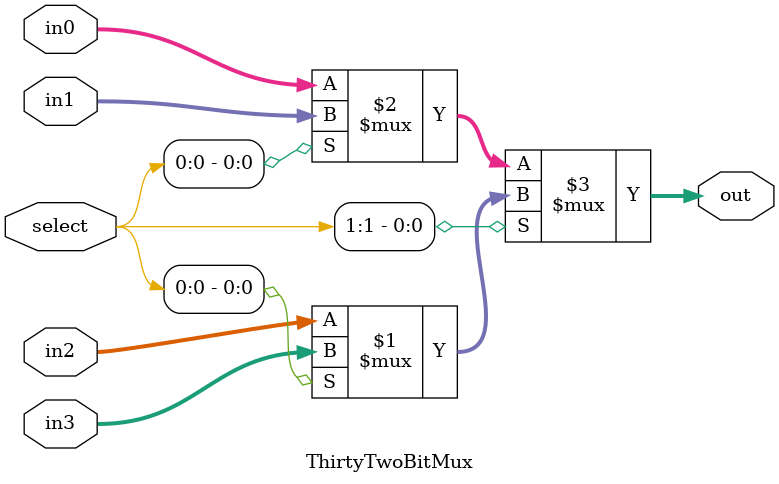
<source format=v>
module ThirtyTwoBitMux(in0, in1, in2, in3, select, out);
    input [1 : 0] select;
    input [31 : 0] in0, in1, in2, in3;
    output [31 : 0] out;
    assign out = select[1] ? (select[0] ? in3 : in2) : (select[0] ? in1 : in0);
endmodule

</source>
